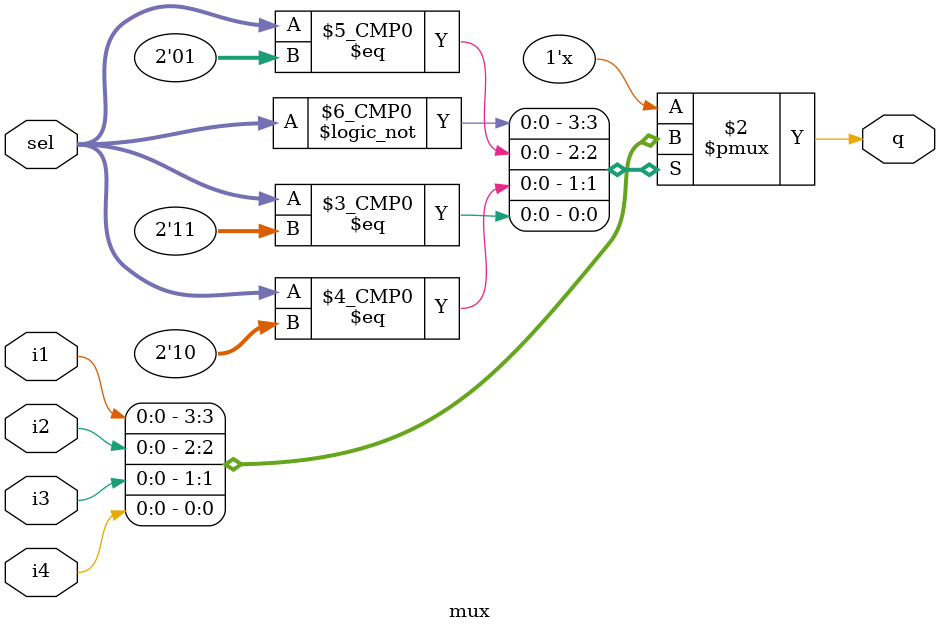
<source format=v>
module mux(
input i1, i2, i3, i4,
input [1:0] sel, 
output reg q
);

always @ (*)
begin

case(sel)
	2'b00:
	begin
		q = i1;
	end
	
	2'b01:
	begin
		q = i2;
	end
	
	2'b10:
	begin
		q = i3;
	end
	
	2'b11:
	begin
		q = i4;
	end
endcase

end
endmodule

</source>
